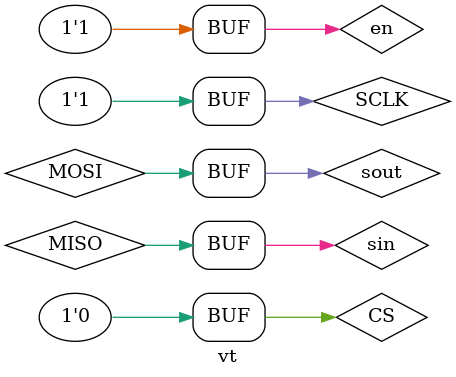
<source format=v>
`timescale 1ns / 1ps


module vt;

	// Inputs
	reg SCLK;
	reg CS;
	reg MOSI;

	// Outputs
	wire MISO;
	
	reg  en;
	wire	[7:0] dout;
	reg	[7:0] din;
	wire	infl;
	wire	outfl;
	
	reg sin;
	wire sout;
	
	reg [7:0]  a[0:383];
	reg [7:0]  b[0:383];
	
	
	reg [15:0] cnt;
	
	reg [15:0] temp;
	

	// Instantiate the Unit Under Test (UUT)
	DES_Top2 uut (  //DES加解密模块
		.SCLK(SCLK), 
		.CS(CS), 
		.MOSI(MOSI), 
		.MISO(MISO)
	);
	
	
	
	
	SAU  s(     //向DES模块发送数据接收数据的模块
	.clk(SCLK),
	.en(en),
	.din(din),
	.sin(sin),
	.dout(dout),
	.sout(sout),
	.infl(infl),
	.outfl(outfl)
	);
	
	always @(sout) begin
		MOSI = sout;
	end
	
	always @(MISO) begin
		sin = MISO;
	end
	
	

	initial begin
		// Initialize Inputs
		SCLK = 0;
		cnt = 0;
		
		//测试ECB
		a[0] = 8'h11;//标识ECB加密
//		a[0] = 8'h12;//标识ECB解密
		
		a[1] = 8'h02;//数据填充格式 02 pkcs7,01 zero
		
		a[2] = 8'h30;//密钥
		a[3] = 8'h31;
		a[4] = 8'h32;
		a[5] = 8'h33;
		a[6] = 8'h34;
		a[7] = 8'h35;
		a[8] = 8'h36;
		a[9] = 8'h37;
		
		a[10] = 8'h00;
		a[11] = 8'h00;
		a[12] = 8'h00;
		a[13] = 8'h0d;//加密数据长度
//		a[13] = 8'h10;//解密数据长度
		
		a[14] = 8'h30;//加密数据
		a[15] = 8'h31;
		a[16] = 8'h32;
		a[17] = 8'h33;
		a[18] = 8'h34;
		a[19] = 8'h35;
		a[20] = 8'h36;
		a[21] = 8'h37;
		
		a[22] = 8'h30;
		a[23] = 8'h31;
		a[24] = 8'h32;
		a[25] = 8'h33;
		a[26] = 8'h34;
		
		//c5 0a d0 28 c6 da 98 00 ac ad ae 56 b6 73 d5 da
//		a[14] = 8'hc5;//解密数据
//		a[15] = 8'h0a;
//		a[16] = 8'hd0;
//		a[17] = 8'h28;
//		a[18] = 8'hc6;
//		a[19] = 8'hda;
//		a[20] = 8'h98;
//		a[21] = 8'h00;
//		
//		a[22] = 8'hac;
//		a[23] = 8'had;
//		a[24] = 8'hae;
//		a[25] = 8'h56;
//		a[26] = 8'hb6;
//		a[27] = 8'h73;
//		a[28] = 8'hd5;
//		a[29] = 8'hda;

/*		
		//测试CBC
		a[0] = 8'h22;//标识CBC加密
		
		a[1] = 8'h01;//数据填充格式 02 pkcs7,01 zero
		
		a[2] = 8'h30;//密钥
		a[3] = 8'h31;
		a[4] = 8'h32;
		a[5] = 8'h33;
		a[6] = 8'h34;
		a[7] = 8'h35;
		a[8] = 8'h36;
		a[9] = 8'h37;
		
		a[10] = 8'h30;//填充向量
		a[11] = 8'h31;
		a[12] = 8'h32;
		a[13] = 8'h33;
		a[14] = 8'h34;
		a[15] = 8'h35;
		a[16] = 8'h36;
		a[17] = 8'h37;
		
		a[18] = 8'h00;//数据长度
		a[19] = 8'h00;
		a[20] = 8'h00;
		a[21] = 8'h10;
		//a[21] = 8'h0d;//加密数据长度
		
		
		a[22] = 8'h38;//解密数据
		a[23] = 8'h8d;
		a[24] = 8'h44;
		a[25] = 8'hf8;
		a[26] = 8'hb0;
		a[27] = 8'hf7;
		a[28] = 8'h09;
		a[29] = 8'hc0;
		
		a[30] = 8'hcf;
		a[31] = 8'h09;
		a[32] = 8'hc2;
		a[33] = 8'h03;
		a[34] = 8'heb;
		a[35] = 8'h89;
		a[36] = 8'h6a;
		a[37] = 8'h57;
		
		
//		a[22] = 8'h30;//加密数据
//		a[23] = 8'h31;
//		a[24] = 8'h32;
//		a[25] = 8'h33;
//		a[26] = 8'h34;
//		a[27] = 8'h35;
//		a[28] = 8'h36;
//		a[29] = 8'h37;
//		
//		a[30] = 8'h30;
//		a[31] = 8'h31;
//		a[32] = 8'h32;
//		a[33] = 8'h33;
//		a[34] = 8'h34;

*/
		// Wait 100 ns for global reset to finish
		
		CS = 0;
		en = 1;
		#100;
		CS = 1;
		en = 0;
		#100;
		CS = 0;
		en = 1;
		din = 8'hff;
		
//		temp = 0;
//		repeat(256) begin
//			a[temp + 14] = 8'h30;
//			temp = temp + 1;
//		end
		
		repeat(1000) begin
			SCLK = 0;
			#100;
			SCLK = 1;
			#100;
		end
        
		// Add stimulus here

	end
	
	always @(posedge SCLK) begin
		if(infl == 1) begin
			din = a[cnt];
			cnt = cnt + 1;
		end
	end
	
	always @(posedge SCLK) begin
		if(outfl == 1) begin
			$write("%h",dout);
		end
	end
      
endmodule


</source>
